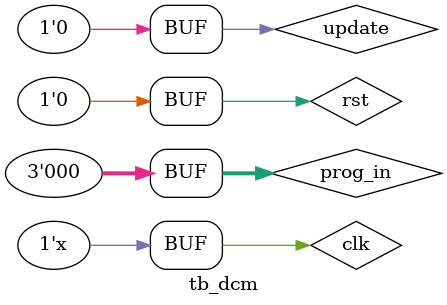
<source format=v>
`timescale 1ns/1ps

module tb_dcm();

reg rst, clk, update;
reg [2:0] prog_in;
wire [2:0] prog_out;
wire clk_1, clk_2;

dcm dcm (
    .rst(rst), 
    .clk(clk), 
    .update(update),
    .prog_in(prog_in),
    .prog_out(prog_out),
    .clk_1(clk_1), 
    .clk_2(clk_2)
);

localparam PERIOD = 10;

always #(PERIOD/2) clk <= ~clk; 

initial begin
    clk <= 1'b0;
    rst <= 1'b1;
    #PERIOD;
    rst <= 1'b0;
    prog_in <= 3'd2;
    update <= 1'b1;
    #PERIOD;
    update <= 1'b0;
    repeat (250) #PERIOD;
    prog_in <= 3'd5;
    update <= 1'b1;
    #PERIOD;
    update <= 1'b0;
    repeat (180) #PERIOD;
    prog_in <= 3'd7;
    update <= 1'b1;
    #PERIOD;
    update <= 1'b0;
    repeat (250) #PERIOD;
    prog_in <= 3'd0;
    update <= 1'b1;
    #PERIOD;
    update <= 1'b0;
    repeat (220) #PERIOD;

end

endmodule
</source>
